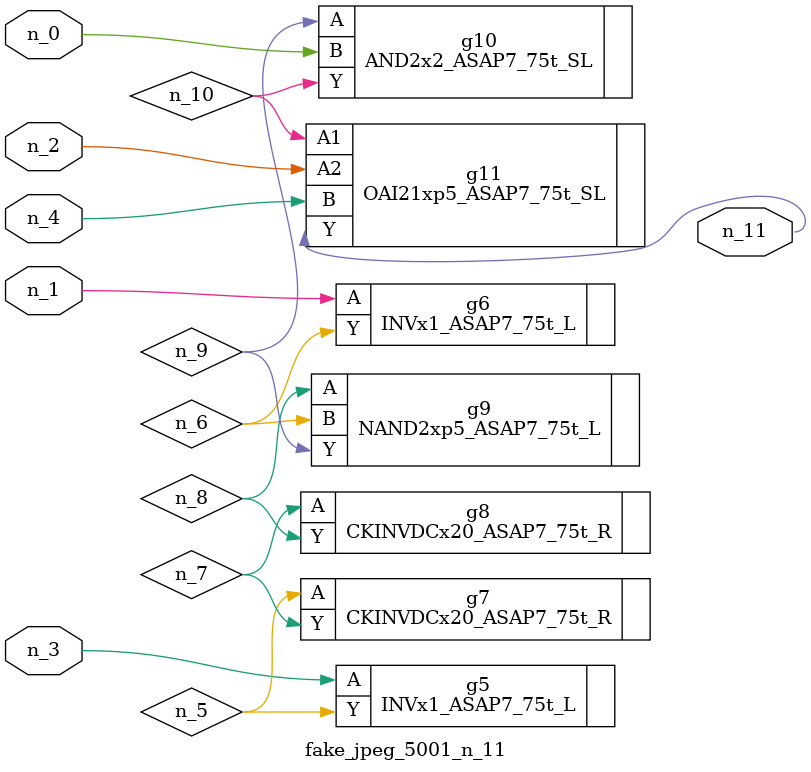
<source format=v>
module fake_jpeg_5001_n_11 (n_3, n_2, n_1, n_0, n_4, n_11);

input n_3;
input n_2;
input n_1;
input n_0;
input n_4;

output n_11;

wire n_10;
wire n_8;
wire n_9;
wire n_6;
wire n_5;
wire n_7;

INVx1_ASAP7_75t_L g5 ( 
.A(n_3),
.Y(n_5)
);

INVx1_ASAP7_75t_L g6 ( 
.A(n_1),
.Y(n_6)
);

CKINVDCx20_ASAP7_75t_R g7 ( 
.A(n_5),
.Y(n_7)
);

CKINVDCx20_ASAP7_75t_R g8 ( 
.A(n_7),
.Y(n_8)
);

NAND2xp5_ASAP7_75t_L g9 ( 
.A(n_8),
.B(n_6),
.Y(n_9)
);

AND2x2_ASAP7_75t_SL g10 ( 
.A(n_9),
.B(n_0),
.Y(n_10)
);

OAI21xp5_ASAP7_75t_SL g11 ( 
.A1(n_10),
.A2(n_2),
.B(n_4),
.Y(n_11)
);


endmodule
</source>
